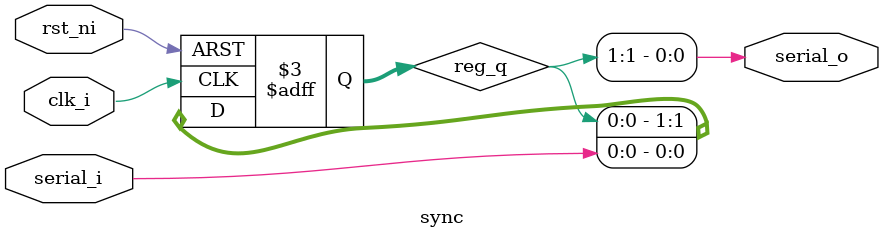
<source format=sv>


module sync #(
    parameter int unsigned STAGES = 2,
    parameter bit ResetValue = 1'b0
) (
    input  logic clk_i,
    input  logic rst_ni,
    input  logic serial_i,
    output logic serial_o
);
`ifndef SV2V
   (* dont_touch = "true" *)
   (* async_reg = "true" *)
`endif
   logic [STAGES-1:0] reg_q;

    always_ff @(posedge clk_i, negedge rst_ni) begin
        if (!rst_ni) begin
            reg_q <= {STAGES{ResetValue}};
        end else begin
            reg_q <= {reg_q[STAGES-2:0], serial_i};
        end
    end

    assign serial_o = reg_q[STAGES-1];

endmodule

</source>
